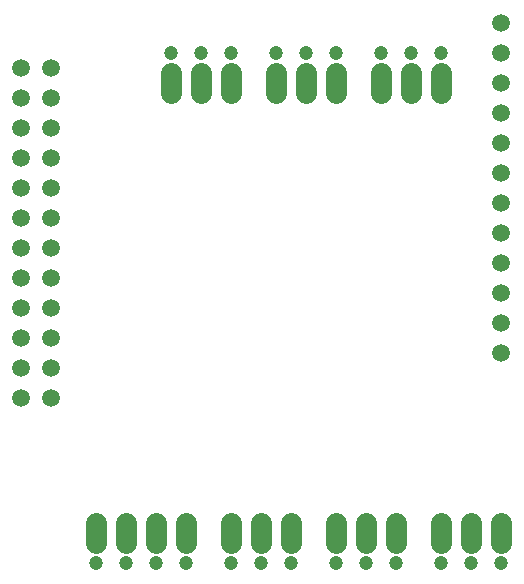
<source format=gbr>
G04 EAGLE Gerber RS-274X export*
G75*
%MOMM*%
%FSLAX34Y34*%
%LPD*%
%INSoldermask Bottom*%
%IPPOS*%
%AMOC8*
5,1,8,0,0,1.08239X$1,22.5*%
G01*
%ADD10C,1.509600*%
%ADD11C,1.751600*%
%ADD12C,1.201600*%


D10*
X25400Y457200D03*
X50800Y457200D03*
X25400Y431800D03*
X50800Y431800D03*
X25400Y406400D03*
X50800Y406400D03*
X25400Y381000D03*
X50800Y381000D03*
X25400Y355600D03*
X50800Y355600D03*
X25400Y330200D03*
X50800Y330200D03*
X25400Y304800D03*
X50800Y304800D03*
X25400Y279400D03*
X50800Y279400D03*
X25400Y254000D03*
X50800Y254000D03*
X25400Y228600D03*
X50800Y228600D03*
X25400Y203200D03*
X50800Y203200D03*
X25400Y177800D03*
X50800Y177800D03*
X431800Y495300D03*
X431800Y469900D03*
X431800Y444500D03*
X431800Y419100D03*
X431800Y393700D03*
X431800Y368300D03*
X431800Y342900D03*
X431800Y317500D03*
X431800Y292100D03*
X431800Y266700D03*
X431800Y241300D03*
X431800Y215900D03*
D11*
X165100Y71750D02*
X165100Y55250D01*
X139700Y55250D02*
X139700Y71750D01*
X114300Y71750D02*
X114300Y55250D01*
X88900Y55250D02*
X88900Y71750D01*
D12*
X165100Y38100D03*
X139700Y38100D03*
X114300Y38100D03*
X88900Y38100D03*
D11*
X342900Y55250D02*
X342900Y71750D01*
X317500Y71750D02*
X317500Y55250D01*
X292100Y55250D02*
X292100Y71750D01*
D12*
X342900Y38100D03*
X317500Y38100D03*
X292100Y38100D03*
D11*
X254000Y55250D02*
X254000Y71750D01*
X228600Y71750D02*
X228600Y55250D01*
X203200Y55250D02*
X203200Y71750D01*
D12*
X254000Y38100D03*
X228600Y38100D03*
X203200Y38100D03*
D11*
X431800Y55250D02*
X431800Y71750D01*
X406400Y71750D02*
X406400Y55250D01*
X381000Y55250D02*
X381000Y71750D01*
D12*
X431800Y38100D03*
X406400Y38100D03*
X381000Y38100D03*
D11*
X330200Y436250D02*
X330200Y452750D01*
X355600Y452750D02*
X355600Y436250D01*
X381000Y436250D02*
X381000Y452750D01*
D12*
X330200Y469900D03*
X355600Y469900D03*
X381000Y469900D03*
D11*
X241300Y452750D02*
X241300Y436250D01*
X266700Y436250D02*
X266700Y452750D01*
X292100Y452750D02*
X292100Y436250D01*
D12*
X241300Y469900D03*
X266700Y469900D03*
X292100Y469900D03*
D11*
X152400Y452750D02*
X152400Y436250D01*
X177800Y436250D02*
X177800Y452750D01*
X203200Y452750D02*
X203200Y436250D01*
D12*
X152400Y469900D03*
X177800Y469900D03*
X203200Y469900D03*
M02*

</source>
